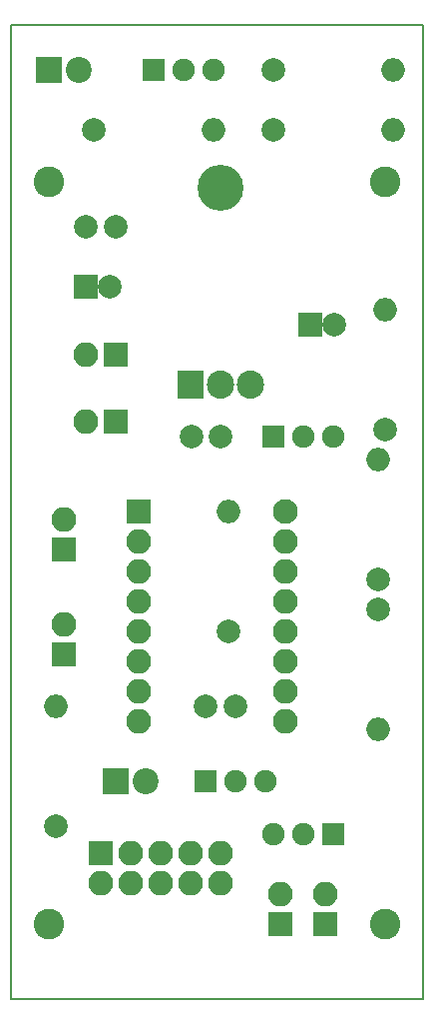
<source format=gbs>
G04 #@! TF.GenerationSoftware,KiCad,Pcbnew,(5.1.4)-1*
G04 #@! TF.CreationDate,2021-01-28T08:03:07-07:00*
G04 #@! TF.ProjectId,robot,726f626f-742e-46b6-9963-61645f706362,rev?*
G04 #@! TF.SameCoordinates,Original*
G04 #@! TF.FileFunction,Soldermask,Bot*
G04 #@! TF.FilePolarity,Negative*
%FSLAX46Y46*%
G04 Gerber Fmt 4.6, Leading zero omitted, Abs format (unit mm)*
G04 Created by KiCad (PCBNEW (5.1.4)-1) date 2021-01-28 08:03:07*
%MOMM*%
%LPD*%
G04 APERTURE LIST*
%ADD10C,0.150000*%
%ADD11O,2.100000X2.100000*%
%ADD12R,2.100000X2.100000*%
%ADD13C,2.100000*%
%ADD14O,2.305000X2.400000*%
%ADD15R,2.305000X2.400000*%
%ADD16O,3.900000X3.900000*%
%ADD17C,2.600000*%
%ADD18C,2.200000*%
%ADD19R,2.200000X2.200000*%
%ADD20C,2.000000*%
%ADD21R,2.000000X2.000000*%
%ADD22O,2.000000X2.000000*%
%ADD23R,1.900000X1.900000*%
%ADD24C,1.900000*%
G04 APERTURE END LIST*
D10*
X95885000Y-93980000D02*
X95885000Y-101600000D01*
X130810000Y-93980000D02*
X130810000Y-101600000D01*
X95885000Y-19050000D02*
X130810000Y-19050000D01*
X130810000Y-93980000D02*
X130810000Y-77470000D01*
X95885000Y-101600000D02*
X130810000Y-101600000D01*
X95885000Y-77470000D02*
X95885000Y-93980000D01*
X95885000Y-19050000D02*
X95885000Y-77470000D01*
X130810000Y-19050000D02*
X130810000Y-77470000D01*
D11*
X106680000Y-78105000D03*
X106680000Y-75565000D03*
X106680000Y-73025000D03*
X106680000Y-70485000D03*
X106680000Y-67945000D03*
X106680000Y-65405000D03*
X106680000Y-62865000D03*
D12*
X106680000Y-60325000D03*
D13*
X119180000Y-60325000D03*
D11*
X119180000Y-62865000D03*
X119180000Y-65405000D03*
X119180000Y-67945000D03*
X119180000Y-70485000D03*
X119180000Y-73025000D03*
X119180000Y-75565000D03*
X119180000Y-78105000D03*
D14*
X116205000Y-49530000D03*
X113665000Y-49530000D03*
D15*
X111125000Y-49530000D03*
D16*
X113665000Y-32870000D03*
D17*
X127635000Y-32385000D03*
X99060000Y-32385000D03*
X127635000Y-95250000D03*
X99060000Y-95250000D03*
D11*
X102235000Y-52705000D03*
D12*
X104775000Y-52705000D03*
X104775000Y-46990000D03*
D11*
X102235000Y-46990000D03*
X113665000Y-91790000D03*
X113665000Y-89250000D03*
X111125000Y-91790000D03*
X111125000Y-89250000D03*
X108585000Y-91790000D03*
X108585000Y-89250000D03*
X106045000Y-91790000D03*
X106045000Y-89250000D03*
X103505000Y-91790000D03*
D12*
X103505000Y-89250000D03*
D11*
X118745000Y-92710000D03*
D12*
X118745000Y-95250000D03*
D11*
X122555000Y-92710000D03*
D12*
X122555000Y-95250000D03*
D11*
X100330000Y-69850000D03*
D12*
X100330000Y-72390000D03*
X100330000Y-63500000D03*
D11*
X100330000Y-60960000D03*
D18*
X107315000Y-83185000D03*
D19*
X104775000Y-83185000D03*
D20*
X123285000Y-44450000D03*
D21*
X121285000Y-44450000D03*
D20*
X104735000Y-36195000D03*
X102235000Y-36195000D03*
X114895000Y-76835000D03*
X112395000Y-76835000D03*
X111165000Y-53975000D03*
X113665000Y-53975000D03*
X104235000Y-41275000D03*
D21*
X102235000Y-41275000D03*
D22*
X127000000Y-55880000D03*
D20*
X127000000Y-66040000D03*
D22*
X127000000Y-78740000D03*
D20*
X127000000Y-68580000D03*
D22*
X127635000Y-43180000D03*
D20*
X127635000Y-53340000D03*
D22*
X114300000Y-60325000D03*
D20*
X114300000Y-70485000D03*
D22*
X113030000Y-27940000D03*
D20*
X102870000Y-27940000D03*
D22*
X99695000Y-76835000D03*
D20*
X99695000Y-86995000D03*
D23*
X107950000Y-22860000D03*
D24*
X113030000Y-22860000D03*
X110490000Y-22860000D03*
D22*
X128270000Y-22860000D03*
D20*
X118110000Y-22860000D03*
X118110000Y-27940000D03*
D22*
X128270000Y-27940000D03*
D18*
X101600000Y-22860000D03*
D19*
X99060000Y-22860000D03*
D23*
X112395000Y-83185000D03*
D24*
X117475000Y-83185000D03*
X114935000Y-83185000D03*
D23*
X118110000Y-53975000D03*
D24*
X123190000Y-53975000D03*
X120650000Y-53975000D03*
D23*
X123190000Y-87630000D03*
D24*
X118110000Y-87630000D03*
X120650000Y-87630000D03*
M02*

</source>
